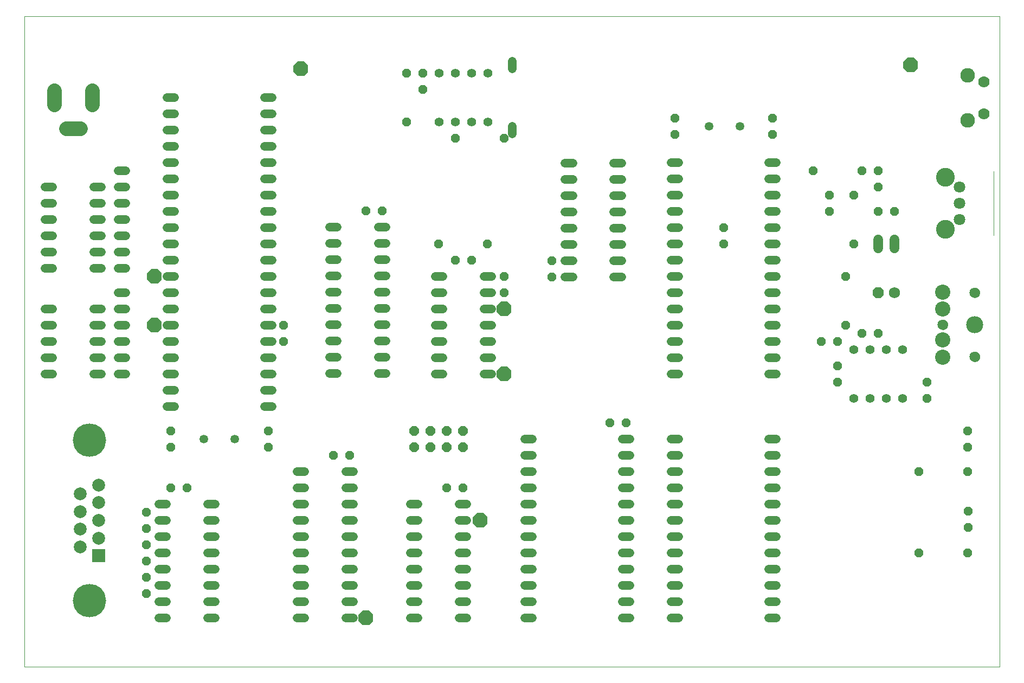
<source format=gbs>
G75*
%MOIN*%
%OFA0B0*%
%FSLAX25Y25*%
%IPPOS*%
%LPD*%
%AMOC8*
5,1,8,0,0,1.08239X$1,22.5*
%
%ADD10C,0.00000*%
%ADD11OC8,0.05300*%
%ADD12OC8,0.06800*%
%ADD13C,0.06800*%
%ADD14C,0.05300*%
%ADD15C,0.05500*%
%ADD16C,0.09100*%
%ADD17R,0.07900X0.07900*%
%ADD18C,0.07900*%
%ADD19C,0.20500*%
%ADD20OC8,0.05900*%
%ADD21C,0.05900*%
%ADD22C,0.05300*%
%ADD23C,0.07100*%
%ADD24C,0.11524*%
%ADD25C,0.09000*%
%ADD26C,0.07000*%
%ADD27OC8,0.09000*%
%ADD28C,0.05224*%
%ADD29C,0.10500*%
%ADD30C,0.09358*%
%ADD31C,0.06406*%
D10*
X0199833Y0054300D02*
X0199833Y0454260D01*
X0799534Y0454260D01*
X0799534Y0054300D01*
X0199833Y0054300D01*
X0761565Y0264693D02*
X0761567Y0264801D01*
X0761573Y0264910D01*
X0761583Y0265018D01*
X0761597Y0265125D01*
X0761615Y0265232D01*
X0761636Y0265339D01*
X0761662Y0265444D01*
X0761692Y0265549D01*
X0761725Y0265652D01*
X0761762Y0265754D01*
X0761803Y0265854D01*
X0761847Y0265953D01*
X0761896Y0266051D01*
X0761947Y0266146D01*
X0762002Y0266239D01*
X0762061Y0266331D01*
X0762123Y0266420D01*
X0762188Y0266507D01*
X0762256Y0266591D01*
X0762327Y0266673D01*
X0762401Y0266752D01*
X0762478Y0266828D01*
X0762558Y0266902D01*
X0762641Y0266972D01*
X0762726Y0267040D01*
X0762813Y0267104D01*
X0762903Y0267165D01*
X0762995Y0267223D01*
X0763089Y0267277D01*
X0763185Y0267328D01*
X0763282Y0267375D01*
X0763382Y0267419D01*
X0763483Y0267459D01*
X0763585Y0267495D01*
X0763688Y0267527D01*
X0763793Y0267556D01*
X0763899Y0267580D01*
X0764005Y0267601D01*
X0764112Y0267618D01*
X0764220Y0267631D01*
X0764328Y0267640D01*
X0764437Y0267645D01*
X0764545Y0267646D01*
X0764654Y0267643D01*
X0764762Y0267636D01*
X0764870Y0267625D01*
X0764977Y0267610D01*
X0765084Y0267591D01*
X0765190Y0267568D01*
X0765295Y0267542D01*
X0765400Y0267511D01*
X0765502Y0267477D01*
X0765604Y0267439D01*
X0765704Y0267397D01*
X0765803Y0267352D01*
X0765900Y0267303D01*
X0765994Y0267250D01*
X0766087Y0267194D01*
X0766178Y0267135D01*
X0766267Y0267072D01*
X0766353Y0267007D01*
X0766437Y0266938D01*
X0766518Y0266866D01*
X0766596Y0266791D01*
X0766672Y0266713D01*
X0766745Y0266632D01*
X0766815Y0266549D01*
X0766881Y0266464D01*
X0766945Y0266376D01*
X0767005Y0266285D01*
X0767062Y0266193D01*
X0767115Y0266098D01*
X0767165Y0266002D01*
X0767211Y0265904D01*
X0767254Y0265804D01*
X0767293Y0265703D01*
X0767328Y0265600D01*
X0767360Y0265497D01*
X0767387Y0265392D01*
X0767411Y0265286D01*
X0767431Y0265179D01*
X0767447Y0265072D01*
X0767459Y0264964D01*
X0767467Y0264856D01*
X0767471Y0264747D01*
X0767471Y0264639D01*
X0767467Y0264530D01*
X0767459Y0264422D01*
X0767447Y0264314D01*
X0767431Y0264207D01*
X0767411Y0264100D01*
X0767387Y0263994D01*
X0767360Y0263889D01*
X0767328Y0263786D01*
X0767293Y0263683D01*
X0767254Y0263582D01*
X0767211Y0263482D01*
X0767165Y0263384D01*
X0767115Y0263288D01*
X0767062Y0263193D01*
X0767005Y0263101D01*
X0766945Y0263010D01*
X0766881Y0262922D01*
X0766815Y0262837D01*
X0766745Y0262754D01*
X0766672Y0262673D01*
X0766596Y0262595D01*
X0766518Y0262520D01*
X0766437Y0262448D01*
X0766353Y0262379D01*
X0766267Y0262314D01*
X0766178Y0262251D01*
X0766087Y0262192D01*
X0765995Y0262136D01*
X0765900Y0262083D01*
X0765803Y0262034D01*
X0765704Y0261989D01*
X0765604Y0261947D01*
X0765502Y0261909D01*
X0765400Y0261875D01*
X0765295Y0261844D01*
X0765190Y0261818D01*
X0765084Y0261795D01*
X0764977Y0261776D01*
X0764870Y0261761D01*
X0764762Y0261750D01*
X0764654Y0261743D01*
X0764545Y0261740D01*
X0764437Y0261741D01*
X0764328Y0261746D01*
X0764220Y0261755D01*
X0764112Y0261768D01*
X0764005Y0261785D01*
X0763899Y0261806D01*
X0763793Y0261830D01*
X0763688Y0261859D01*
X0763585Y0261891D01*
X0763483Y0261927D01*
X0763382Y0261967D01*
X0763282Y0262011D01*
X0763185Y0262058D01*
X0763089Y0262109D01*
X0762995Y0262163D01*
X0762903Y0262221D01*
X0762813Y0262282D01*
X0762726Y0262346D01*
X0762641Y0262414D01*
X0762558Y0262484D01*
X0762478Y0262558D01*
X0762401Y0262634D01*
X0762327Y0262713D01*
X0762256Y0262795D01*
X0762188Y0262879D01*
X0762123Y0262966D01*
X0762061Y0263055D01*
X0762002Y0263147D01*
X0761947Y0263240D01*
X0761896Y0263335D01*
X0761847Y0263433D01*
X0761803Y0263532D01*
X0761762Y0263632D01*
X0761725Y0263734D01*
X0761692Y0263837D01*
X0761662Y0263942D01*
X0761636Y0264047D01*
X0761615Y0264154D01*
X0761597Y0264261D01*
X0761583Y0264368D01*
X0761573Y0264476D01*
X0761567Y0264585D01*
X0761565Y0264693D01*
X0781250Y0245008D02*
X0781252Y0245116D01*
X0781258Y0245225D01*
X0781268Y0245333D01*
X0781282Y0245440D01*
X0781300Y0245547D01*
X0781321Y0245654D01*
X0781347Y0245759D01*
X0781377Y0245864D01*
X0781410Y0245967D01*
X0781447Y0246069D01*
X0781488Y0246169D01*
X0781532Y0246268D01*
X0781581Y0246366D01*
X0781632Y0246461D01*
X0781687Y0246554D01*
X0781746Y0246646D01*
X0781808Y0246735D01*
X0781873Y0246822D01*
X0781941Y0246906D01*
X0782012Y0246988D01*
X0782086Y0247067D01*
X0782163Y0247143D01*
X0782243Y0247217D01*
X0782326Y0247287D01*
X0782411Y0247355D01*
X0782498Y0247419D01*
X0782588Y0247480D01*
X0782680Y0247538D01*
X0782774Y0247592D01*
X0782870Y0247643D01*
X0782967Y0247690D01*
X0783067Y0247734D01*
X0783168Y0247774D01*
X0783270Y0247810D01*
X0783373Y0247842D01*
X0783478Y0247871D01*
X0783584Y0247895D01*
X0783690Y0247916D01*
X0783797Y0247933D01*
X0783905Y0247946D01*
X0784013Y0247955D01*
X0784122Y0247960D01*
X0784230Y0247961D01*
X0784339Y0247958D01*
X0784447Y0247951D01*
X0784555Y0247940D01*
X0784662Y0247925D01*
X0784769Y0247906D01*
X0784875Y0247883D01*
X0784980Y0247857D01*
X0785085Y0247826D01*
X0785187Y0247792D01*
X0785289Y0247754D01*
X0785389Y0247712D01*
X0785488Y0247667D01*
X0785585Y0247618D01*
X0785679Y0247565D01*
X0785772Y0247509D01*
X0785863Y0247450D01*
X0785952Y0247387D01*
X0786038Y0247322D01*
X0786122Y0247253D01*
X0786203Y0247181D01*
X0786281Y0247106D01*
X0786357Y0247028D01*
X0786430Y0246947D01*
X0786500Y0246864D01*
X0786566Y0246779D01*
X0786630Y0246691D01*
X0786690Y0246600D01*
X0786747Y0246508D01*
X0786800Y0246413D01*
X0786850Y0246317D01*
X0786896Y0246219D01*
X0786939Y0246119D01*
X0786978Y0246018D01*
X0787013Y0245915D01*
X0787045Y0245812D01*
X0787072Y0245707D01*
X0787096Y0245601D01*
X0787116Y0245494D01*
X0787132Y0245387D01*
X0787144Y0245279D01*
X0787152Y0245171D01*
X0787156Y0245062D01*
X0787156Y0244954D01*
X0787152Y0244845D01*
X0787144Y0244737D01*
X0787132Y0244629D01*
X0787116Y0244522D01*
X0787096Y0244415D01*
X0787072Y0244309D01*
X0787045Y0244204D01*
X0787013Y0244101D01*
X0786978Y0243998D01*
X0786939Y0243897D01*
X0786896Y0243797D01*
X0786850Y0243699D01*
X0786800Y0243603D01*
X0786747Y0243508D01*
X0786690Y0243416D01*
X0786630Y0243325D01*
X0786566Y0243237D01*
X0786500Y0243152D01*
X0786430Y0243069D01*
X0786357Y0242988D01*
X0786281Y0242910D01*
X0786203Y0242835D01*
X0786122Y0242763D01*
X0786038Y0242694D01*
X0785952Y0242629D01*
X0785863Y0242566D01*
X0785772Y0242507D01*
X0785680Y0242451D01*
X0785585Y0242398D01*
X0785488Y0242349D01*
X0785389Y0242304D01*
X0785289Y0242262D01*
X0785187Y0242224D01*
X0785085Y0242190D01*
X0784980Y0242159D01*
X0784875Y0242133D01*
X0784769Y0242110D01*
X0784662Y0242091D01*
X0784555Y0242076D01*
X0784447Y0242065D01*
X0784339Y0242058D01*
X0784230Y0242055D01*
X0784122Y0242056D01*
X0784013Y0242061D01*
X0783905Y0242070D01*
X0783797Y0242083D01*
X0783690Y0242100D01*
X0783584Y0242121D01*
X0783478Y0242145D01*
X0783373Y0242174D01*
X0783270Y0242206D01*
X0783168Y0242242D01*
X0783067Y0242282D01*
X0782967Y0242326D01*
X0782870Y0242373D01*
X0782774Y0242424D01*
X0782680Y0242478D01*
X0782588Y0242536D01*
X0782498Y0242597D01*
X0782411Y0242661D01*
X0782326Y0242729D01*
X0782243Y0242799D01*
X0782163Y0242873D01*
X0782086Y0242949D01*
X0782012Y0243028D01*
X0781941Y0243110D01*
X0781873Y0243194D01*
X0781808Y0243281D01*
X0781746Y0243370D01*
X0781687Y0243462D01*
X0781632Y0243555D01*
X0781581Y0243650D01*
X0781532Y0243748D01*
X0781488Y0243847D01*
X0781447Y0243947D01*
X0781410Y0244049D01*
X0781377Y0244152D01*
X0781347Y0244257D01*
X0781321Y0244362D01*
X0781300Y0244469D01*
X0781282Y0244576D01*
X0781268Y0244683D01*
X0781258Y0244791D01*
X0781252Y0244900D01*
X0781250Y0245008D01*
X0781250Y0284378D02*
X0781252Y0284486D01*
X0781258Y0284595D01*
X0781268Y0284703D01*
X0781282Y0284810D01*
X0781300Y0284917D01*
X0781321Y0285024D01*
X0781347Y0285129D01*
X0781377Y0285234D01*
X0781410Y0285337D01*
X0781447Y0285439D01*
X0781488Y0285539D01*
X0781532Y0285638D01*
X0781581Y0285736D01*
X0781632Y0285831D01*
X0781687Y0285924D01*
X0781746Y0286016D01*
X0781808Y0286105D01*
X0781873Y0286192D01*
X0781941Y0286276D01*
X0782012Y0286358D01*
X0782086Y0286437D01*
X0782163Y0286513D01*
X0782243Y0286587D01*
X0782326Y0286657D01*
X0782411Y0286725D01*
X0782498Y0286789D01*
X0782588Y0286850D01*
X0782680Y0286908D01*
X0782774Y0286962D01*
X0782870Y0287013D01*
X0782967Y0287060D01*
X0783067Y0287104D01*
X0783168Y0287144D01*
X0783270Y0287180D01*
X0783373Y0287212D01*
X0783478Y0287241D01*
X0783584Y0287265D01*
X0783690Y0287286D01*
X0783797Y0287303D01*
X0783905Y0287316D01*
X0784013Y0287325D01*
X0784122Y0287330D01*
X0784230Y0287331D01*
X0784339Y0287328D01*
X0784447Y0287321D01*
X0784555Y0287310D01*
X0784662Y0287295D01*
X0784769Y0287276D01*
X0784875Y0287253D01*
X0784980Y0287227D01*
X0785085Y0287196D01*
X0785187Y0287162D01*
X0785289Y0287124D01*
X0785389Y0287082D01*
X0785488Y0287037D01*
X0785585Y0286988D01*
X0785679Y0286935D01*
X0785772Y0286879D01*
X0785863Y0286820D01*
X0785952Y0286757D01*
X0786038Y0286692D01*
X0786122Y0286623D01*
X0786203Y0286551D01*
X0786281Y0286476D01*
X0786357Y0286398D01*
X0786430Y0286317D01*
X0786500Y0286234D01*
X0786566Y0286149D01*
X0786630Y0286061D01*
X0786690Y0285970D01*
X0786747Y0285878D01*
X0786800Y0285783D01*
X0786850Y0285687D01*
X0786896Y0285589D01*
X0786939Y0285489D01*
X0786978Y0285388D01*
X0787013Y0285285D01*
X0787045Y0285182D01*
X0787072Y0285077D01*
X0787096Y0284971D01*
X0787116Y0284864D01*
X0787132Y0284757D01*
X0787144Y0284649D01*
X0787152Y0284541D01*
X0787156Y0284432D01*
X0787156Y0284324D01*
X0787152Y0284215D01*
X0787144Y0284107D01*
X0787132Y0283999D01*
X0787116Y0283892D01*
X0787096Y0283785D01*
X0787072Y0283679D01*
X0787045Y0283574D01*
X0787013Y0283471D01*
X0786978Y0283368D01*
X0786939Y0283267D01*
X0786896Y0283167D01*
X0786850Y0283069D01*
X0786800Y0282973D01*
X0786747Y0282878D01*
X0786690Y0282786D01*
X0786630Y0282695D01*
X0786566Y0282607D01*
X0786500Y0282522D01*
X0786430Y0282439D01*
X0786357Y0282358D01*
X0786281Y0282280D01*
X0786203Y0282205D01*
X0786122Y0282133D01*
X0786038Y0282064D01*
X0785952Y0281999D01*
X0785863Y0281936D01*
X0785772Y0281877D01*
X0785680Y0281821D01*
X0785585Y0281768D01*
X0785488Y0281719D01*
X0785389Y0281674D01*
X0785289Y0281632D01*
X0785187Y0281594D01*
X0785085Y0281560D01*
X0784980Y0281529D01*
X0784875Y0281503D01*
X0784769Y0281480D01*
X0784662Y0281461D01*
X0784555Y0281446D01*
X0784447Y0281435D01*
X0784339Y0281428D01*
X0784230Y0281425D01*
X0784122Y0281426D01*
X0784013Y0281431D01*
X0783905Y0281440D01*
X0783797Y0281453D01*
X0783690Y0281470D01*
X0783584Y0281491D01*
X0783478Y0281515D01*
X0783373Y0281544D01*
X0783270Y0281576D01*
X0783168Y0281612D01*
X0783067Y0281652D01*
X0782967Y0281696D01*
X0782870Y0281743D01*
X0782774Y0281794D01*
X0782680Y0281848D01*
X0782588Y0281906D01*
X0782498Y0281967D01*
X0782411Y0282031D01*
X0782326Y0282099D01*
X0782243Y0282169D01*
X0782163Y0282243D01*
X0782086Y0282319D01*
X0782012Y0282398D01*
X0781941Y0282480D01*
X0781873Y0282564D01*
X0781808Y0282651D01*
X0781746Y0282740D01*
X0781687Y0282832D01*
X0781632Y0282925D01*
X0781581Y0283020D01*
X0781532Y0283118D01*
X0781488Y0283217D01*
X0781447Y0283317D01*
X0781410Y0283419D01*
X0781377Y0283522D01*
X0781347Y0283627D01*
X0781321Y0283732D01*
X0781300Y0283839D01*
X0781282Y0283946D01*
X0781268Y0284053D01*
X0781258Y0284161D01*
X0781252Y0284270D01*
X0781250Y0284378D01*
X0795699Y0319615D02*
X0795699Y0358985D01*
D11*
X0734833Y0334300D03*
X0724833Y0334300D03*
X0709833Y0344300D03*
X0694833Y0344300D03*
X0694833Y0334300D03*
X0724833Y0349300D03*
X0724833Y0359300D03*
X0714833Y0359300D03*
X0684833Y0359300D03*
X0659853Y0381674D03*
X0659853Y0391674D03*
X0599853Y0391674D03*
X0599853Y0381674D03*
X0494833Y0379300D03*
X0464833Y0379300D03*
X0434833Y0389300D03*
X0444833Y0409300D03*
X0444833Y0419300D03*
X0434833Y0419300D03*
X0419825Y0334485D03*
X0409825Y0334485D03*
X0454453Y0314300D03*
X0464713Y0304300D03*
X0474713Y0304300D03*
X0484453Y0314300D03*
X0494833Y0294300D03*
X0494833Y0284300D03*
X0524136Y0293800D03*
X0524136Y0303800D03*
X0629853Y0314174D03*
X0629853Y0324174D03*
X0704833Y0294300D03*
X0709833Y0314300D03*
X0704833Y0264300D03*
X0699833Y0254300D03*
X0689833Y0254300D03*
X0714833Y0259300D03*
X0724833Y0259300D03*
X0699833Y0239300D03*
X0699833Y0229300D03*
X0754833Y0229300D03*
X0754833Y0219300D03*
X0779833Y0199300D03*
X0779833Y0189300D03*
X0779833Y0174300D03*
X0749833Y0174300D03*
X0780333Y0149800D03*
X0780333Y0139800D03*
X0779833Y0124300D03*
X0749833Y0124300D03*
X0569766Y0204300D03*
X0559766Y0204300D03*
X0469577Y0164213D03*
X0459577Y0164213D03*
X0399833Y0184367D03*
X0389833Y0184367D03*
X0349703Y0189300D03*
X0349703Y0199300D03*
X0289703Y0199300D03*
X0289703Y0189300D03*
X0289833Y0164300D03*
X0299833Y0164300D03*
X0274833Y0149300D03*
X0274833Y0139300D03*
X0274833Y0129300D03*
X0274833Y0119300D03*
X0274833Y0109300D03*
X0274833Y0099300D03*
X0359203Y0254300D03*
X0359203Y0264300D03*
D12*
X0724833Y0284300D03*
D13*
X0734833Y0284300D03*
D14*
X0567036Y0293800D02*
X0562236Y0293800D01*
X0562236Y0303800D02*
X0567036Y0303800D01*
X0567036Y0313800D02*
X0562236Y0313800D01*
X0562236Y0323800D02*
X0567036Y0323800D01*
X0567036Y0333800D02*
X0562236Y0333800D01*
X0562236Y0343800D02*
X0567036Y0343800D01*
X0567036Y0353800D02*
X0562236Y0353800D01*
X0562236Y0363800D02*
X0567036Y0363800D01*
X0537036Y0363800D02*
X0532236Y0363800D01*
X0532236Y0353800D02*
X0537036Y0353800D01*
X0537036Y0343800D02*
X0532236Y0343800D01*
X0532236Y0333800D02*
X0537036Y0333800D01*
X0537036Y0323800D02*
X0532236Y0323800D01*
X0532236Y0313800D02*
X0537036Y0313800D01*
X0537036Y0303800D02*
X0532236Y0303800D01*
X0532236Y0293800D02*
X0537036Y0293800D01*
X0487233Y0294300D02*
X0482433Y0294300D01*
X0482433Y0284300D02*
X0487233Y0284300D01*
X0487233Y0274300D02*
X0482433Y0274300D01*
X0482433Y0264300D02*
X0487233Y0264300D01*
X0487233Y0254300D02*
X0482433Y0254300D01*
X0482433Y0244300D02*
X0487233Y0244300D01*
X0487233Y0234300D02*
X0482433Y0234300D01*
X0457233Y0234300D02*
X0452433Y0234300D01*
X0452433Y0244300D02*
X0457233Y0244300D01*
X0457233Y0254300D02*
X0452433Y0254300D01*
X0452433Y0264300D02*
X0457233Y0264300D01*
X0457233Y0274300D02*
X0452433Y0274300D01*
X0452433Y0284300D02*
X0457233Y0284300D01*
X0457233Y0294300D02*
X0452433Y0294300D01*
X0422225Y0294485D02*
X0417425Y0294485D01*
X0417425Y0304485D02*
X0422225Y0304485D01*
X0422225Y0314485D02*
X0417425Y0314485D01*
X0417425Y0324485D02*
X0422225Y0324485D01*
X0392225Y0324485D02*
X0387425Y0324485D01*
X0387425Y0314485D02*
X0392225Y0314485D01*
X0392225Y0304485D02*
X0387425Y0304485D01*
X0387425Y0294485D02*
X0392225Y0294485D01*
X0392225Y0284485D02*
X0387425Y0284485D01*
X0387425Y0274485D02*
X0392225Y0274485D01*
X0392225Y0264485D02*
X0387425Y0264485D01*
X0387425Y0254485D02*
X0392225Y0254485D01*
X0392225Y0244485D02*
X0387425Y0244485D01*
X0387425Y0234485D02*
X0392225Y0234485D01*
X0417425Y0234485D02*
X0422225Y0234485D01*
X0422225Y0244485D02*
X0417425Y0244485D01*
X0417425Y0254485D02*
X0422225Y0254485D01*
X0422225Y0264485D02*
X0417425Y0264485D01*
X0417425Y0274485D02*
X0422225Y0274485D01*
X0422225Y0284485D02*
X0417425Y0284485D01*
X0262233Y0284300D02*
X0257433Y0284300D01*
X0257433Y0274300D02*
X0262233Y0274300D01*
X0262233Y0264300D02*
X0257433Y0264300D01*
X0257433Y0254300D02*
X0262233Y0254300D01*
X0247233Y0254300D02*
X0242433Y0254300D01*
X0242433Y0264300D02*
X0247233Y0264300D01*
X0247233Y0274300D02*
X0242433Y0274300D01*
X0217233Y0274300D02*
X0212433Y0274300D01*
X0212433Y0264300D02*
X0217233Y0264300D01*
X0217233Y0254300D02*
X0212433Y0254300D01*
X0212433Y0244300D02*
X0217233Y0244300D01*
X0217233Y0234300D02*
X0212433Y0234300D01*
X0242433Y0234300D02*
X0247233Y0234300D01*
X0247233Y0244300D02*
X0242433Y0244300D01*
X0257433Y0244300D02*
X0262233Y0244300D01*
X0262233Y0234300D02*
X0257433Y0234300D01*
X0367433Y0174367D02*
X0372233Y0174367D01*
X0372233Y0164367D02*
X0367433Y0164367D01*
X0367433Y0154367D02*
X0372233Y0154367D01*
X0372233Y0144367D02*
X0367433Y0144367D01*
X0367433Y0134367D02*
X0372233Y0134367D01*
X0372233Y0124367D02*
X0367433Y0124367D01*
X0367433Y0114367D02*
X0372233Y0114367D01*
X0372233Y0104367D02*
X0367433Y0104367D01*
X0367433Y0094367D02*
X0372233Y0094367D01*
X0372233Y0084367D02*
X0367433Y0084367D01*
X0397433Y0084367D02*
X0402233Y0084367D01*
X0402233Y0094367D02*
X0397433Y0094367D01*
X0397433Y0104367D02*
X0402233Y0104367D01*
X0402233Y0114367D02*
X0397433Y0114367D01*
X0397433Y0124367D02*
X0402233Y0124367D01*
X0402233Y0134367D02*
X0397433Y0134367D01*
X0397433Y0144367D02*
X0402233Y0144367D01*
X0402233Y0154367D02*
X0397433Y0154367D01*
X0397433Y0164367D02*
X0402233Y0164367D01*
X0402233Y0174367D02*
X0397433Y0174367D01*
X0437177Y0154213D02*
X0441977Y0154213D01*
X0441977Y0144213D02*
X0437177Y0144213D01*
X0437177Y0134213D02*
X0441977Y0134213D01*
X0441977Y0124213D02*
X0437177Y0124213D01*
X0437177Y0114213D02*
X0441977Y0114213D01*
X0441977Y0104213D02*
X0437177Y0104213D01*
X0437177Y0094213D02*
X0441977Y0094213D01*
X0467177Y0094213D02*
X0471977Y0094213D01*
X0471977Y0104213D02*
X0467177Y0104213D01*
X0467177Y0114213D02*
X0471977Y0114213D01*
X0471977Y0124213D02*
X0467177Y0124213D01*
X0467177Y0134213D02*
X0471977Y0134213D01*
X0471977Y0144213D02*
X0467177Y0144213D01*
X0467177Y0154213D02*
X0471977Y0154213D01*
X0507366Y0154300D02*
X0512166Y0154300D01*
X0512166Y0164300D02*
X0507366Y0164300D01*
X0507366Y0174300D02*
X0512166Y0174300D01*
X0512166Y0184300D02*
X0507366Y0184300D01*
X0507366Y0194300D02*
X0512166Y0194300D01*
X0567366Y0194300D02*
X0572166Y0194300D01*
X0572166Y0184300D02*
X0567366Y0184300D01*
X0567366Y0174300D02*
X0572166Y0174300D01*
X0572166Y0164300D02*
X0567366Y0164300D01*
X0567366Y0154300D02*
X0572166Y0154300D01*
X0572166Y0144300D02*
X0567366Y0144300D01*
X0567366Y0134300D02*
X0572166Y0134300D01*
X0572166Y0124300D02*
X0567366Y0124300D01*
X0567366Y0114300D02*
X0572166Y0114300D01*
X0572166Y0104300D02*
X0567366Y0104300D01*
X0567366Y0094300D02*
X0572166Y0094300D01*
X0572166Y0084300D02*
X0567366Y0084300D01*
X0512166Y0084300D02*
X0507366Y0084300D01*
X0507366Y0094300D02*
X0512166Y0094300D01*
X0512166Y0104300D02*
X0507366Y0104300D01*
X0507366Y0114300D02*
X0512166Y0114300D01*
X0512166Y0124300D02*
X0507366Y0124300D01*
X0507366Y0134300D02*
X0512166Y0134300D01*
X0512166Y0144300D02*
X0507366Y0144300D01*
X0471977Y0084213D02*
X0467177Y0084213D01*
X0441977Y0084213D02*
X0437177Y0084213D01*
X0317233Y0084300D02*
X0312433Y0084300D01*
X0312433Y0094300D02*
X0317233Y0094300D01*
X0317233Y0104300D02*
X0312433Y0104300D01*
X0312433Y0114300D02*
X0317233Y0114300D01*
X0317233Y0124300D02*
X0312433Y0124300D01*
X0312433Y0134300D02*
X0317233Y0134300D01*
X0317233Y0144300D02*
X0312433Y0144300D01*
X0312433Y0154300D02*
X0317233Y0154300D01*
X0287233Y0154300D02*
X0282433Y0154300D01*
X0282433Y0144300D02*
X0287233Y0144300D01*
X0287233Y0134300D02*
X0282433Y0134300D01*
X0282433Y0124300D02*
X0287233Y0124300D01*
X0287233Y0114300D02*
X0282433Y0114300D01*
X0282433Y0104300D02*
X0287233Y0104300D01*
X0287233Y0094300D02*
X0282433Y0094300D01*
X0282433Y0084300D02*
X0287233Y0084300D01*
X0262233Y0299300D02*
X0257433Y0299300D01*
X0257433Y0309300D02*
X0262233Y0309300D01*
X0262233Y0319300D02*
X0257433Y0319300D01*
X0257433Y0329300D02*
X0262233Y0329300D01*
X0247233Y0329300D02*
X0242433Y0329300D01*
X0242433Y0319300D02*
X0247233Y0319300D01*
X0247233Y0309300D02*
X0242433Y0309300D01*
X0242433Y0299300D02*
X0247233Y0299300D01*
X0217233Y0299300D02*
X0212433Y0299300D01*
X0212433Y0309300D02*
X0217233Y0309300D01*
X0217233Y0319300D02*
X0212433Y0319300D01*
X0212433Y0329300D02*
X0217233Y0329300D01*
X0217233Y0339300D02*
X0212433Y0339300D01*
X0212433Y0349300D02*
X0217233Y0349300D01*
X0242433Y0349300D02*
X0247233Y0349300D01*
X0247233Y0339300D02*
X0242433Y0339300D01*
X0257433Y0339300D02*
X0262233Y0339300D01*
X0262233Y0349300D02*
X0257433Y0349300D01*
X0257433Y0359300D02*
X0262233Y0359300D01*
X0499833Y0381900D02*
X0499833Y0386700D01*
X0499833Y0421900D02*
X0499833Y0426700D01*
D15*
X0484833Y0419300D03*
X0474833Y0419300D03*
X0464833Y0419300D03*
X0454833Y0419300D03*
X0454833Y0389300D03*
X0464833Y0389300D03*
X0474833Y0389300D03*
X0484833Y0389300D03*
X0709833Y0249300D03*
X0719833Y0249300D03*
X0729833Y0249300D03*
X0739833Y0249300D03*
X0739833Y0219300D03*
X0729833Y0219300D03*
X0719833Y0219300D03*
X0709833Y0219300D03*
D16*
X0241644Y0400000D02*
X0241644Y0408600D01*
X0218022Y0408600D02*
X0218022Y0400000D01*
X0225533Y0385402D02*
X0234133Y0385402D01*
D17*
X0245424Y0122489D03*
D18*
X0234243Y0127961D03*
X0245424Y0133394D03*
X0234243Y0138867D03*
X0245424Y0144300D03*
X0234243Y0149733D03*
X0245424Y0155205D03*
X0234243Y0160638D03*
X0245424Y0166111D03*
D19*
X0239833Y0193512D03*
X0239833Y0095087D03*
D20*
X0439589Y0189386D03*
X0449589Y0189386D03*
X0459589Y0189386D03*
X0469589Y0189386D03*
X0469589Y0199386D03*
X0459589Y0199386D03*
X0449589Y0199386D03*
X0439589Y0199386D03*
D21*
X0724833Y0311600D02*
X0724833Y0317000D01*
X0734833Y0317000D02*
X0734833Y0311600D01*
D22*
X0639853Y0386674D03*
X0620853Y0386674D03*
X0329203Y0194300D03*
X0310203Y0194300D03*
D23*
X0774833Y0329457D03*
X0774833Y0339300D03*
X0774833Y0349142D03*
D24*
X0766172Y0355441D03*
X0766172Y0323158D03*
D25*
X0779959Y0390414D03*
X0779959Y0417973D03*
D26*
X0789802Y0414036D03*
X0789802Y0394351D03*
D27*
X0744833Y0424300D03*
X0494833Y0274300D03*
X0494833Y0234300D03*
X0480077Y0144213D03*
X0409833Y0084367D03*
X0279833Y0264300D03*
X0279703Y0294300D03*
X0369833Y0421800D03*
D28*
X0352066Y0404300D02*
X0347341Y0404300D01*
X0347341Y0394300D02*
X0352066Y0394300D01*
X0352066Y0384300D02*
X0347341Y0384300D01*
X0347341Y0374300D02*
X0352066Y0374300D01*
X0352066Y0364300D02*
X0347341Y0364300D01*
X0347341Y0354300D02*
X0352066Y0354300D01*
X0352066Y0344300D02*
X0347341Y0344300D01*
X0347341Y0334300D02*
X0352066Y0334300D01*
X0352066Y0324300D02*
X0347341Y0324300D01*
X0347341Y0314300D02*
X0352066Y0314300D01*
X0352066Y0304300D02*
X0347341Y0304300D01*
X0347341Y0294300D02*
X0352066Y0294300D01*
X0352066Y0284300D02*
X0347341Y0284300D01*
X0347341Y0274300D02*
X0352066Y0274300D01*
X0352066Y0264300D02*
X0347341Y0264300D01*
X0347341Y0254300D02*
X0352066Y0254300D01*
X0352066Y0244300D02*
X0347341Y0244300D01*
X0347341Y0234300D02*
X0352066Y0234300D01*
X0352066Y0224300D02*
X0347341Y0224300D01*
X0347341Y0214300D02*
X0352066Y0214300D01*
X0292066Y0214300D02*
X0287341Y0214300D01*
X0287341Y0224300D02*
X0292066Y0224300D01*
X0292066Y0234300D02*
X0287341Y0234300D01*
X0287341Y0244300D02*
X0292066Y0244300D01*
X0292066Y0254300D02*
X0287341Y0254300D01*
X0287341Y0264300D02*
X0292066Y0264300D01*
X0292066Y0274300D02*
X0287341Y0274300D01*
X0287341Y0284300D02*
X0292066Y0284300D01*
X0292066Y0294300D02*
X0287341Y0294300D01*
X0287341Y0304300D02*
X0292066Y0304300D01*
X0292066Y0314300D02*
X0287341Y0314300D01*
X0287341Y0324300D02*
X0292066Y0324300D01*
X0292066Y0334300D02*
X0287341Y0334300D01*
X0287341Y0344300D02*
X0292066Y0344300D01*
X0292066Y0354300D02*
X0287341Y0354300D01*
X0287341Y0364300D02*
X0292066Y0364300D01*
X0292066Y0374300D02*
X0287341Y0374300D01*
X0287341Y0384300D02*
X0292066Y0384300D01*
X0292066Y0394300D02*
X0287341Y0394300D01*
X0287341Y0404300D02*
X0292066Y0404300D01*
X0597491Y0364174D02*
X0602215Y0364174D01*
X0602215Y0354174D02*
X0597491Y0354174D01*
X0597491Y0344174D02*
X0602215Y0344174D01*
X0602215Y0334174D02*
X0597491Y0334174D01*
X0597491Y0324174D02*
X0602215Y0324174D01*
X0602215Y0314174D02*
X0597491Y0314174D01*
X0597491Y0304174D02*
X0602215Y0304174D01*
X0602215Y0294174D02*
X0597491Y0294174D01*
X0597491Y0284174D02*
X0602215Y0284174D01*
X0602215Y0274174D02*
X0597491Y0274174D01*
X0597491Y0264174D02*
X0602215Y0264174D01*
X0602215Y0254174D02*
X0597491Y0254174D01*
X0597491Y0244174D02*
X0602215Y0244174D01*
X0602215Y0234174D02*
X0597491Y0234174D01*
X0657491Y0234174D02*
X0662215Y0234174D01*
X0662215Y0244174D02*
X0657491Y0244174D01*
X0657491Y0254174D02*
X0662215Y0254174D01*
X0662215Y0264174D02*
X0657491Y0264174D01*
X0657491Y0274174D02*
X0662215Y0274174D01*
X0662215Y0284174D02*
X0657491Y0284174D01*
X0657491Y0294174D02*
X0662215Y0294174D01*
X0662215Y0304174D02*
X0657491Y0304174D01*
X0657491Y0314174D02*
X0662215Y0314174D01*
X0662215Y0324174D02*
X0657491Y0324174D01*
X0657491Y0334174D02*
X0662215Y0334174D01*
X0662215Y0344174D02*
X0657491Y0344174D01*
X0657491Y0354174D02*
X0662215Y0354174D01*
X0662215Y0364174D02*
X0657491Y0364174D01*
X0657404Y0194300D02*
X0662129Y0194300D01*
X0662129Y0184300D02*
X0657404Y0184300D01*
X0657404Y0174300D02*
X0662129Y0174300D01*
X0662129Y0164300D02*
X0657404Y0164300D01*
X0657404Y0154300D02*
X0662129Y0154300D01*
X0662129Y0144300D02*
X0657404Y0144300D01*
X0657404Y0134300D02*
X0662129Y0134300D01*
X0662129Y0124300D02*
X0657404Y0124300D01*
X0657404Y0114300D02*
X0662129Y0114300D01*
X0662129Y0104300D02*
X0657404Y0104300D01*
X0657404Y0094300D02*
X0662129Y0094300D01*
X0662129Y0084300D02*
X0657404Y0084300D01*
X0602129Y0084300D02*
X0597404Y0084300D01*
X0597404Y0094300D02*
X0602129Y0094300D01*
X0602129Y0104300D02*
X0597404Y0104300D01*
X0597404Y0114300D02*
X0602129Y0114300D01*
X0602129Y0124300D02*
X0597404Y0124300D01*
X0597404Y0134300D02*
X0602129Y0134300D01*
X0602129Y0144300D02*
X0597404Y0144300D01*
X0597404Y0154300D02*
X0602129Y0154300D01*
X0602129Y0164300D02*
X0597404Y0164300D01*
X0597404Y0174300D02*
X0602129Y0174300D01*
X0602129Y0184300D02*
X0597404Y0184300D01*
X0597404Y0194300D02*
X0602129Y0194300D01*
D29*
X0784203Y0264693D03*
D30*
X0764518Y0255245D03*
X0764518Y0244615D03*
X0764518Y0274142D03*
X0764518Y0284772D03*
D31*
X0784203Y0284378D03*
X0764518Y0264693D03*
X0784203Y0245008D03*
M02*

</source>
